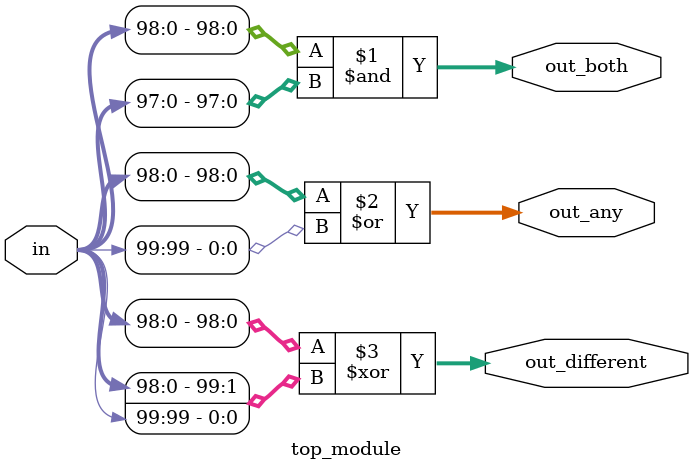
<source format=sv>
module top_module (
    input [99:0] in,
    output [98:0] out_both,
    output [99:1] out_any,
    output [99:0] out_different
);

    assign out_both = in[98:0] & in[97:0];
    
    assign out_any = {in[98], in[98:0] | in[99]};
    
    assign out_different = in[98:0] ^ {in[98:0], in[99]};

endmodule

</source>
